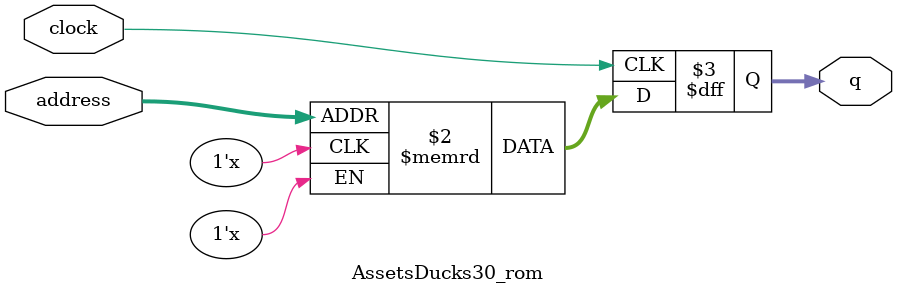
<source format=sv>
module AssetsDucks30_rom (
	input logic clock,
	input logic [11:0] address,
	output logic [3:0] q
);

logic [3:0] memory [0:4095] /* synthesis ram_init_file = "./AssetsDucks30/AssetsDucks30.mif" */;

always_ff @ (posedge clock) begin
	q <= memory[address];
end

endmodule

</source>
